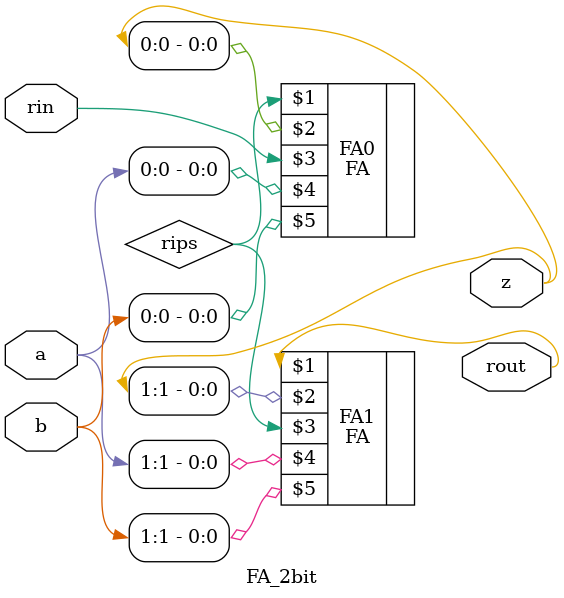
<source format=v>
module FA_2bit(output rout, output [1:0] z, input rin, input [1:0] a, input [1:0] b);
  wire rips; // il riporto dopo la somma cambia su FA1
  FA FA0 (rips, z[0], rin, a[0], b[0]);
  FA FA1 (rout, z[1], rips, a[1], b[1]);
endmodule
</source>
